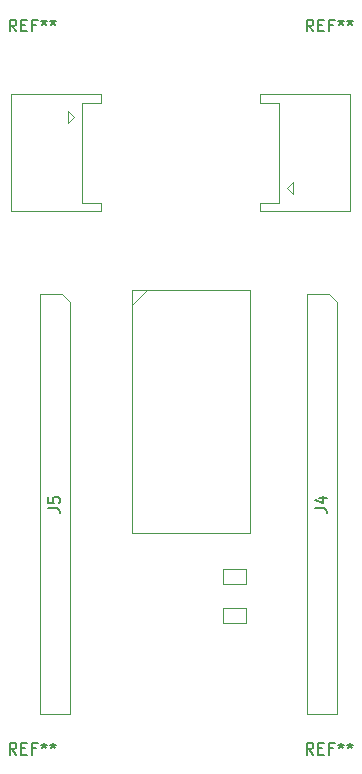
<source format=gbr>
%TF.GenerationSoftware,KiCad,Pcbnew,7.0.2-0*%
%TF.CreationDate,2024-01-04T15:38:00-05:00*%
%TF.ProjectId,Turbidity_v12,54757262-6964-4697-9479-5f7631322e6b,12*%
%TF.SameCoordinates,Original*%
%TF.FileFunction,AssemblyDrawing,Top*%
%FSLAX46Y46*%
G04 Gerber Fmt 4.6, Leading zero omitted, Abs format (unit mm)*
G04 Created by KiCad (PCBNEW 7.0.2-0) date 2024-01-04 15:38:00*
%MOMM*%
%LPD*%
G01*
G04 APERTURE LIST*
%ADD10C,0.150000*%
%ADD11C,0.100000*%
G04 APERTURE END LIST*
D10*
%TO.C,REF\u002A\u002A*%
X133667666Y-121773019D02*
X133334333Y-121296828D01*
X133096238Y-121773019D02*
X133096238Y-120773019D01*
X133096238Y-120773019D02*
X133477190Y-120773019D01*
X133477190Y-120773019D02*
X133572428Y-120820638D01*
X133572428Y-120820638D02*
X133620047Y-120868257D01*
X133620047Y-120868257D02*
X133667666Y-120963495D01*
X133667666Y-120963495D02*
X133667666Y-121106352D01*
X133667666Y-121106352D02*
X133620047Y-121201590D01*
X133620047Y-121201590D02*
X133572428Y-121249209D01*
X133572428Y-121249209D02*
X133477190Y-121296828D01*
X133477190Y-121296828D02*
X133096238Y-121296828D01*
X134096238Y-121249209D02*
X134429571Y-121249209D01*
X134572428Y-121773019D02*
X134096238Y-121773019D01*
X134096238Y-121773019D02*
X134096238Y-120773019D01*
X134096238Y-120773019D02*
X134572428Y-120773019D01*
X135334333Y-121249209D02*
X135001000Y-121249209D01*
X135001000Y-121773019D02*
X135001000Y-120773019D01*
X135001000Y-120773019D02*
X135477190Y-120773019D01*
X136001000Y-120773019D02*
X136001000Y-121011114D01*
X135762905Y-120915876D02*
X136001000Y-121011114D01*
X136001000Y-121011114D02*
X136239095Y-120915876D01*
X135858143Y-121201590D02*
X136001000Y-121011114D01*
X136001000Y-121011114D02*
X136143857Y-121201590D01*
X136762905Y-120773019D02*
X136762905Y-121011114D01*
X136524810Y-120915876D02*
X136762905Y-121011114D01*
X136762905Y-121011114D02*
X137001000Y-120915876D01*
X136620048Y-121201590D02*
X136762905Y-121011114D01*
X136762905Y-121011114D02*
X136905762Y-121201590D01*
%TO.C,J4*%
X158974619Y-100917333D02*
X159688904Y-100917333D01*
X159688904Y-100917333D02*
X159831761Y-100964952D01*
X159831761Y-100964952D02*
X159927000Y-101060190D01*
X159927000Y-101060190D02*
X159974619Y-101203047D01*
X159974619Y-101203047D02*
X159974619Y-101298285D01*
X159307952Y-100012571D02*
X159974619Y-100012571D01*
X158927000Y-100250666D02*
X159641285Y-100488761D01*
X159641285Y-100488761D02*
X159641285Y-99869714D01*
%TO.C,REF\u002A\u002A*%
X158813666Y-60533619D02*
X158480333Y-60057428D01*
X158242238Y-60533619D02*
X158242238Y-59533619D01*
X158242238Y-59533619D02*
X158623190Y-59533619D01*
X158623190Y-59533619D02*
X158718428Y-59581238D01*
X158718428Y-59581238D02*
X158766047Y-59628857D01*
X158766047Y-59628857D02*
X158813666Y-59724095D01*
X158813666Y-59724095D02*
X158813666Y-59866952D01*
X158813666Y-59866952D02*
X158766047Y-59962190D01*
X158766047Y-59962190D02*
X158718428Y-60009809D01*
X158718428Y-60009809D02*
X158623190Y-60057428D01*
X158623190Y-60057428D02*
X158242238Y-60057428D01*
X159242238Y-60009809D02*
X159575571Y-60009809D01*
X159718428Y-60533619D02*
X159242238Y-60533619D01*
X159242238Y-60533619D02*
X159242238Y-59533619D01*
X159242238Y-59533619D02*
X159718428Y-59533619D01*
X160480333Y-60009809D02*
X160147000Y-60009809D01*
X160147000Y-60533619D02*
X160147000Y-59533619D01*
X160147000Y-59533619D02*
X160623190Y-59533619D01*
X161147000Y-59533619D02*
X161147000Y-59771714D01*
X160908905Y-59676476D02*
X161147000Y-59771714D01*
X161147000Y-59771714D02*
X161385095Y-59676476D01*
X161004143Y-59962190D02*
X161147000Y-59771714D01*
X161147000Y-59771714D02*
X161289857Y-59962190D01*
X161908905Y-59533619D02*
X161908905Y-59771714D01*
X161670810Y-59676476D02*
X161908905Y-59771714D01*
X161908905Y-59771714D02*
X162147000Y-59676476D01*
X161766048Y-59962190D02*
X161908905Y-59771714D01*
X161908905Y-59771714D02*
X162051762Y-59962190D01*
X133667666Y-60533619D02*
X133334333Y-60057428D01*
X133096238Y-60533619D02*
X133096238Y-59533619D01*
X133096238Y-59533619D02*
X133477190Y-59533619D01*
X133477190Y-59533619D02*
X133572428Y-59581238D01*
X133572428Y-59581238D02*
X133620047Y-59628857D01*
X133620047Y-59628857D02*
X133667666Y-59724095D01*
X133667666Y-59724095D02*
X133667666Y-59866952D01*
X133667666Y-59866952D02*
X133620047Y-59962190D01*
X133620047Y-59962190D02*
X133572428Y-60009809D01*
X133572428Y-60009809D02*
X133477190Y-60057428D01*
X133477190Y-60057428D02*
X133096238Y-60057428D01*
X134096238Y-60009809D02*
X134429571Y-60009809D01*
X134572428Y-60533619D02*
X134096238Y-60533619D01*
X134096238Y-60533619D02*
X134096238Y-59533619D01*
X134096238Y-59533619D02*
X134572428Y-59533619D01*
X135334333Y-60009809D02*
X135001000Y-60009809D01*
X135001000Y-60533619D02*
X135001000Y-59533619D01*
X135001000Y-59533619D02*
X135477190Y-59533619D01*
X136001000Y-59533619D02*
X136001000Y-59771714D01*
X135762905Y-59676476D02*
X136001000Y-59771714D01*
X136001000Y-59771714D02*
X136239095Y-59676476D01*
X135858143Y-59962190D02*
X136001000Y-59771714D01*
X136001000Y-59771714D02*
X136143857Y-59962190D01*
X136762905Y-59533619D02*
X136762905Y-59771714D01*
X136524810Y-59676476D02*
X136762905Y-59771714D01*
X136762905Y-59771714D02*
X137001000Y-59676476D01*
X136620048Y-59962190D02*
X136762905Y-59771714D01*
X136762905Y-59771714D02*
X136905762Y-59962190D01*
%TO.C,J5*%
X136368619Y-100917333D02*
X137082904Y-100917333D01*
X137082904Y-100917333D02*
X137225761Y-100964952D01*
X137225761Y-100964952D02*
X137321000Y-101060190D01*
X137321000Y-101060190D02*
X137368619Y-101203047D01*
X137368619Y-101203047D02*
X137368619Y-101298285D01*
X136368619Y-99964952D02*
X136368619Y-100441142D01*
X136368619Y-100441142D02*
X136844809Y-100488761D01*
X136844809Y-100488761D02*
X136797190Y-100441142D01*
X136797190Y-100441142D02*
X136749571Y-100345904D01*
X136749571Y-100345904D02*
X136749571Y-100107809D01*
X136749571Y-100107809D02*
X136797190Y-100012571D01*
X136797190Y-100012571D02*
X136844809Y-99964952D01*
X136844809Y-99964952D02*
X136940047Y-99917333D01*
X136940047Y-99917333D02*
X137178142Y-99917333D01*
X137178142Y-99917333D02*
X137273380Y-99964952D01*
X137273380Y-99964952D02*
X137321000Y-100012571D01*
X137321000Y-100012571D02*
X137368619Y-100107809D01*
X137368619Y-100107809D02*
X137368619Y-100345904D01*
X137368619Y-100345904D02*
X137321000Y-100441142D01*
X137321000Y-100441142D02*
X137273380Y-100488761D01*
%TO.C,REF\u002A\u002A*%
X158813666Y-121773019D02*
X158480333Y-121296828D01*
X158242238Y-121773019D02*
X158242238Y-120773019D01*
X158242238Y-120773019D02*
X158623190Y-120773019D01*
X158623190Y-120773019D02*
X158718428Y-120820638D01*
X158718428Y-120820638D02*
X158766047Y-120868257D01*
X158766047Y-120868257D02*
X158813666Y-120963495D01*
X158813666Y-120963495D02*
X158813666Y-121106352D01*
X158813666Y-121106352D02*
X158766047Y-121201590D01*
X158766047Y-121201590D02*
X158718428Y-121249209D01*
X158718428Y-121249209D02*
X158623190Y-121296828D01*
X158623190Y-121296828D02*
X158242238Y-121296828D01*
X159242238Y-121249209D02*
X159575571Y-121249209D01*
X159718428Y-121773019D02*
X159242238Y-121773019D01*
X159242238Y-121773019D02*
X159242238Y-120773019D01*
X159242238Y-120773019D02*
X159718428Y-120773019D01*
X160480333Y-121249209D02*
X160147000Y-121249209D01*
X160147000Y-121773019D02*
X160147000Y-120773019D01*
X160147000Y-120773019D02*
X160623190Y-120773019D01*
X161147000Y-120773019D02*
X161147000Y-121011114D01*
X160908905Y-120915876D02*
X161147000Y-121011114D01*
X161147000Y-121011114D02*
X161385095Y-120915876D01*
X161004143Y-121201590D02*
X161147000Y-121011114D01*
X161147000Y-121011114D02*
X161289857Y-121201590D01*
X161908905Y-120773019D02*
X161908905Y-121011114D01*
X161670810Y-120915876D02*
X161908905Y-121011114D01*
X161908905Y-121011114D02*
X162147000Y-120915876D01*
X161766048Y-121201590D02*
X161908905Y-121011114D01*
X161908905Y-121011114D02*
X162051762Y-121201590D01*
D11*
%TO.C,R1*%
X151147900Y-109357000D02*
X153147900Y-109357000D01*
X151147900Y-110607000D02*
X151147900Y-109357000D01*
X153147900Y-109357000D02*
X153147900Y-110607000D01*
X153147900Y-110607000D02*
X151147900Y-110607000D01*
%TO.C,IC1*%
X143463000Y-82450000D02*
X153463000Y-82450000D01*
X143463000Y-83720000D02*
X144733000Y-82450000D01*
X143463000Y-102970000D02*
X143463000Y-82450000D01*
X153463000Y-82450000D02*
X153463000Y-102970000D01*
X153463000Y-102970000D02*
X143463000Y-102970000D01*
%TO.C,J4*%
X158242000Y-82804000D02*
X160147000Y-82804000D01*
X158242000Y-118364000D02*
X158242000Y-82804000D01*
X160147000Y-82804000D02*
X160782000Y-83439000D01*
X160782000Y-83439000D02*
X160782000Y-118364000D01*
X160782000Y-118364000D02*
X158242000Y-118364000D01*
%TO.C,J3*%
X140807600Y-65865200D02*
X133207600Y-65865200D01*
X133207600Y-65865200D02*
X133207600Y-75765200D01*
X140807600Y-66565200D02*
X140807600Y-65865200D01*
X139207600Y-66565200D02*
X140807600Y-66565200D01*
X138082600Y-67315200D02*
X138082600Y-68315200D01*
X138582600Y-67815200D02*
X138082600Y-67315200D01*
X138082600Y-68315200D02*
X138582600Y-67815200D01*
X140807600Y-75065200D02*
X139207600Y-75065200D01*
X139207600Y-75065200D02*
X139207600Y-66565200D01*
X140807600Y-75765200D02*
X140807600Y-75065200D01*
X133207600Y-75765200D02*
X140807600Y-75765200D01*
%TO.C,J2*%
X154340400Y-75768000D02*
X161940400Y-75768000D01*
X161940400Y-75768000D02*
X161940400Y-65868000D01*
X154340400Y-75068000D02*
X154340400Y-75768000D01*
X155940400Y-75068000D02*
X154340400Y-75068000D01*
X157065400Y-74318000D02*
X157065400Y-73318000D01*
X156565400Y-73818000D02*
X157065400Y-74318000D01*
X157065400Y-73318000D02*
X156565400Y-73818000D01*
X154340400Y-66568000D02*
X155940400Y-66568000D01*
X155940400Y-66568000D02*
X155940400Y-75068000D01*
X154340400Y-65868000D02*
X154340400Y-66568000D01*
X161940400Y-65868000D02*
X154340400Y-65868000D01*
%TO.C,R2*%
X153144100Y-107305000D02*
X151144100Y-107305000D01*
X153144100Y-106055000D02*
X153144100Y-107305000D01*
X151144100Y-107305000D02*
X151144100Y-106055000D01*
X151144100Y-106055000D02*
X153144100Y-106055000D01*
%TO.C,J5*%
X135636000Y-82804000D02*
X137541000Y-82804000D01*
X135636000Y-118364000D02*
X135636000Y-82804000D01*
X137541000Y-82804000D02*
X138176000Y-83439000D01*
X138176000Y-83439000D02*
X138176000Y-118364000D01*
X138176000Y-118364000D02*
X135636000Y-118364000D01*
%TD*%
M02*

</source>
